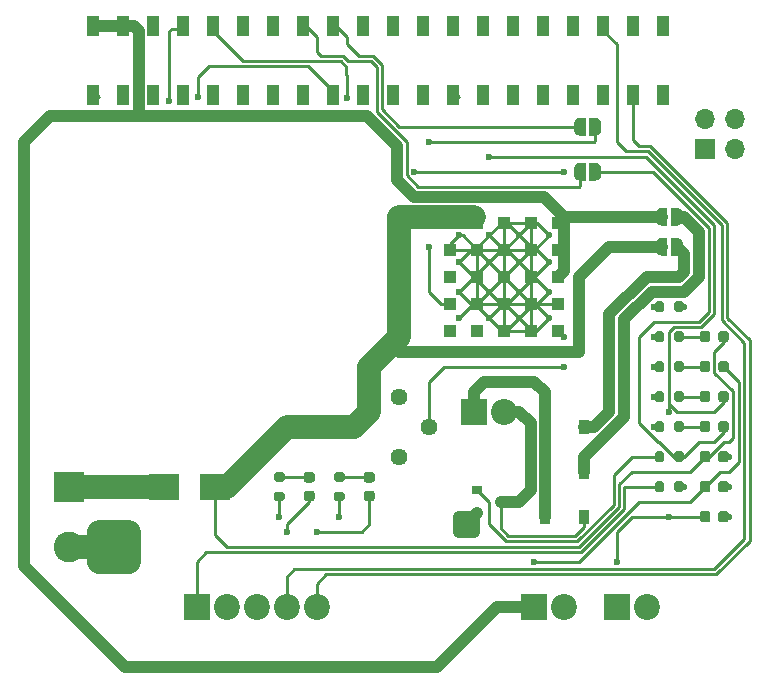
<source format=gbr>
G04 #@! TF.GenerationSoftware,KiCad,Pcbnew,(5.1.10-1-10_14)*
G04 #@! TF.CreationDate,2022-04-10T19:47:37-06:00*
G04 #@! TF.ProjectId,RPiG3iMac,52506947-3369-44d6-9163-2e6b69636164,1.2*
G04 #@! TF.SameCoordinates,Original*
G04 #@! TF.FileFunction,Copper,L1,Top*
G04 #@! TF.FilePolarity,Positive*
%FSLAX46Y46*%
G04 Gerber Fmt 4.6, Leading zero omitted, Abs format (unit mm)*
G04 Created by KiCad (PCBNEW (5.1.10-1-10_14)) date 2022-04-10 19:47:37*
%MOMM*%
%LPD*%
G01*
G04 APERTURE LIST*
G04 #@! TA.AperFunction,ComponentPad*
%ADD10R,2.200000X2.200000*%
G04 #@! TD*
G04 #@! TA.AperFunction,ComponentPad*
%ADD11C,2.200000*%
G04 #@! TD*
G04 #@! TA.AperFunction,SMDPad,CuDef*
%ADD12R,2.500000X2.300000*%
G04 #@! TD*
G04 #@! TA.AperFunction,SMDPad,CuDef*
%ADD13R,0.900000X1.200000*%
G04 #@! TD*
G04 #@! TA.AperFunction,SMDPad,CuDef*
%ADD14C,0.100000*%
G04 #@! TD*
G04 #@! TA.AperFunction,SMDPad,CuDef*
%ADD15R,0.900000X0.800000*%
G04 #@! TD*
G04 #@! TA.AperFunction,SMDPad,CuDef*
%ADD16R,1.060000X1.060000*%
G04 #@! TD*
G04 #@! TA.AperFunction,ComponentPad*
%ADD17R,2.600000X2.600000*%
G04 #@! TD*
G04 #@! TA.AperFunction,ComponentPad*
%ADD18C,2.600000*%
G04 #@! TD*
G04 #@! TA.AperFunction,SMDPad,CuDef*
%ADD19R,1.020000X1.780000*%
G04 #@! TD*
G04 #@! TA.AperFunction,ComponentPad*
%ADD20R,1.700000X1.700000*%
G04 #@! TD*
G04 #@! TA.AperFunction,ComponentPad*
%ADD21O,1.700000X1.700000*%
G04 #@! TD*
G04 #@! TA.AperFunction,ComponentPad*
%ADD22C,1.440000*%
G04 #@! TD*
G04 #@! TA.AperFunction,ViaPad*
%ADD23C,0.600000*%
G04 #@! TD*
G04 #@! TA.AperFunction,Conductor*
%ADD24C,0.250000*%
G04 #@! TD*
G04 #@! TA.AperFunction,Conductor*
%ADD25C,2.000000*%
G04 #@! TD*
G04 #@! TA.AperFunction,Conductor*
%ADD26C,1.000000*%
G04 #@! TD*
G04 APERTURE END LIST*
D10*
X152400000Y-99060000D03*
D11*
X154940000Y-99060000D03*
D12*
X130420000Y-105410000D03*
X126120000Y-105410000D03*
G04 #@! TA.AperFunction,SMDPad,CuDef*
G36*
G01*
X171495000Y-92966250D02*
X171495000Y-92453750D01*
G75*
G02*
X171713750Y-92235000I218750J0D01*
G01*
X172151250Y-92235000D01*
G75*
G02*
X172370000Y-92453750I0J-218750D01*
G01*
X172370000Y-92966250D01*
G75*
G02*
X172151250Y-93185000I-218750J0D01*
G01*
X171713750Y-93185000D01*
G75*
G02*
X171495000Y-92966250I0J218750D01*
G01*
G37*
G04 #@! TD.AperFunction*
G04 #@! TA.AperFunction,SMDPad,CuDef*
G36*
G01*
X173070000Y-92966250D02*
X173070000Y-92453750D01*
G75*
G02*
X173288750Y-92235000I218750J0D01*
G01*
X173726250Y-92235000D01*
G75*
G02*
X173945000Y-92453750I0J-218750D01*
G01*
X173945000Y-92966250D01*
G75*
G02*
X173726250Y-93185000I-218750J0D01*
G01*
X173288750Y-93185000D01*
G75*
G02*
X173070000Y-92966250I0J218750D01*
G01*
G37*
G04 #@! TD.AperFunction*
G04 #@! TA.AperFunction,SMDPad,CuDef*
G36*
G01*
X173070000Y-95506250D02*
X173070000Y-94993750D01*
G75*
G02*
X173288750Y-94775000I218750J0D01*
G01*
X173726250Y-94775000D01*
G75*
G02*
X173945000Y-94993750I0J-218750D01*
G01*
X173945000Y-95506250D01*
G75*
G02*
X173726250Y-95725000I-218750J0D01*
G01*
X173288750Y-95725000D01*
G75*
G02*
X173070000Y-95506250I0J218750D01*
G01*
G37*
G04 #@! TD.AperFunction*
G04 #@! TA.AperFunction,SMDPad,CuDef*
G36*
G01*
X171495000Y-95506250D02*
X171495000Y-94993750D01*
G75*
G02*
X171713750Y-94775000I218750J0D01*
G01*
X172151250Y-94775000D01*
G75*
G02*
X172370000Y-94993750I0J-218750D01*
G01*
X172370000Y-95506250D01*
G75*
G02*
X172151250Y-95725000I-218750J0D01*
G01*
X171713750Y-95725000D01*
G75*
G02*
X171495000Y-95506250I0J218750D01*
G01*
G37*
G04 #@! TD.AperFunction*
G04 #@! TA.AperFunction,SMDPad,CuDef*
G36*
G01*
X173070000Y-100586250D02*
X173070000Y-100073750D01*
G75*
G02*
X173288750Y-99855000I218750J0D01*
G01*
X173726250Y-99855000D01*
G75*
G02*
X173945000Y-100073750I0J-218750D01*
G01*
X173945000Y-100586250D01*
G75*
G02*
X173726250Y-100805000I-218750J0D01*
G01*
X173288750Y-100805000D01*
G75*
G02*
X173070000Y-100586250I0J218750D01*
G01*
G37*
G04 #@! TD.AperFunction*
G04 #@! TA.AperFunction,SMDPad,CuDef*
G36*
G01*
X171495000Y-100586250D02*
X171495000Y-100073750D01*
G75*
G02*
X171713750Y-99855000I218750J0D01*
G01*
X172151250Y-99855000D01*
G75*
G02*
X172370000Y-100073750I0J-218750D01*
G01*
X172370000Y-100586250D01*
G75*
G02*
X172151250Y-100805000I-218750J0D01*
G01*
X171713750Y-100805000D01*
G75*
G02*
X171495000Y-100586250I0J218750D01*
G01*
G37*
G04 #@! TD.AperFunction*
D13*
X158370000Y-104140000D03*
X161670000Y-104140000D03*
X161670000Y-100330000D03*
X158370000Y-100330000D03*
X158370000Y-107950000D03*
X161670000Y-107950000D03*
G04 #@! TA.AperFunction,SMDPad,CuDef*
G36*
G01*
X171495000Y-98046250D02*
X171495000Y-97533750D01*
G75*
G02*
X171713750Y-97315000I218750J0D01*
G01*
X172151250Y-97315000D01*
G75*
G02*
X172370000Y-97533750I0J-218750D01*
G01*
X172370000Y-98046250D01*
G75*
G02*
X172151250Y-98265000I-218750J0D01*
G01*
X171713750Y-98265000D01*
G75*
G02*
X171495000Y-98046250I0J218750D01*
G01*
G37*
G04 #@! TD.AperFunction*
G04 #@! TA.AperFunction,SMDPad,CuDef*
G36*
G01*
X173070000Y-98046250D02*
X173070000Y-97533750D01*
G75*
G02*
X173288750Y-97315000I218750J0D01*
G01*
X173726250Y-97315000D01*
G75*
G02*
X173945000Y-97533750I0J-218750D01*
G01*
X173945000Y-98046250D01*
G75*
G02*
X173726250Y-98265000I-218750J0D01*
G01*
X173288750Y-98265000D01*
G75*
G02*
X173070000Y-98046250I0J218750D01*
G01*
G37*
G04 #@! TD.AperFunction*
G04 #@! TA.AperFunction,SMDPad,CuDef*
D14*
G36*
X162150000Y-74180000D02*
G01*
X162650000Y-74180000D01*
X162650000Y-74180602D01*
X162674534Y-74180602D01*
X162723365Y-74185412D01*
X162771490Y-74194984D01*
X162818445Y-74209228D01*
X162863778Y-74228005D01*
X162907051Y-74251136D01*
X162947850Y-74278396D01*
X162985779Y-74309524D01*
X163020476Y-74344221D01*
X163051604Y-74382150D01*
X163078864Y-74422949D01*
X163101995Y-74466222D01*
X163120772Y-74511555D01*
X163135016Y-74558510D01*
X163144588Y-74606635D01*
X163149398Y-74655466D01*
X163149398Y-74680000D01*
X163150000Y-74680000D01*
X163150000Y-75180000D01*
X163149398Y-75180000D01*
X163149398Y-75204534D01*
X163144588Y-75253365D01*
X163135016Y-75301490D01*
X163120772Y-75348445D01*
X163101995Y-75393778D01*
X163078864Y-75437051D01*
X163051604Y-75477850D01*
X163020476Y-75515779D01*
X162985779Y-75550476D01*
X162947850Y-75581604D01*
X162907051Y-75608864D01*
X162863778Y-75631995D01*
X162818445Y-75650772D01*
X162771490Y-75665016D01*
X162723365Y-75674588D01*
X162674534Y-75679398D01*
X162650000Y-75679398D01*
X162650000Y-75680000D01*
X162150000Y-75680000D01*
X162150000Y-74180000D01*
G37*
G04 #@! TD.AperFunction*
G04 #@! TA.AperFunction,SMDPad,CuDef*
G36*
X161350000Y-75679398D02*
G01*
X161325466Y-75679398D01*
X161276635Y-75674588D01*
X161228510Y-75665016D01*
X161181555Y-75650772D01*
X161136222Y-75631995D01*
X161092949Y-75608864D01*
X161052150Y-75581604D01*
X161014221Y-75550476D01*
X160979524Y-75515779D01*
X160948396Y-75477850D01*
X160921136Y-75437051D01*
X160898005Y-75393778D01*
X160879228Y-75348445D01*
X160864984Y-75301490D01*
X160855412Y-75253365D01*
X160850602Y-75204534D01*
X160850602Y-75180000D01*
X160850000Y-75180000D01*
X160850000Y-74680000D01*
X160850602Y-74680000D01*
X160850602Y-74655466D01*
X160855412Y-74606635D01*
X160864984Y-74558510D01*
X160879228Y-74511555D01*
X160898005Y-74466222D01*
X160921136Y-74422949D01*
X160948396Y-74382150D01*
X160979524Y-74344221D01*
X161014221Y-74309524D01*
X161052150Y-74278396D01*
X161092949Y-74251136D01*
X161136222Y-74228005D01*
X161181555Y-74209228D01*
X161228510Y-74194984D01*
X161276635Y-74185412D01*
X161325466Y-74180602D01*
X161350000Y-74180602D01*
X161350000Y-74180000D01*
X161850000Y-74180000D01*
X161850000Y-75680000D01*
X161350000Y-75680000D01*
X161350000Y-75679398D01*
G37*
G04 #@! TD.AperFunction*
G04 #@! TA.AperFunction,SMDPad,CuDef*
G36*
X161350000Y-79489398D02*
G01*
X161325466Y-79489398D01*
X161276635Y-79484588D01*
X161228510Y-79475016D01*
X161181555Y-79460772D01*
X161136222Y-79441995D01*
X161092949Y-79418864D01*
X161052150Y-79391604D01*
X161014221Y-79360476D01*
X160979524Y-79325779D01*
X160948396Y-79287850D01*
X160921136Y-79247051D01*
X160898005Y-79203778D01*
X160879228Y-79158445D01*
X160864984Y-79111490D01*
X160855412Y-79063365D01*
X160850602Y-79014534D01*
X160850602Y-78990000D01*
X160850000Y-78990000D01*
X160850000Y-78490000D01*
X160850602Y-78490000D01*
X160850602Y-78465466D01*
X160855412Y-78416635D01*
X160864984Y-78368510D01*
X160879228Y-78321555D01*
X160898005Y-78276222D01*
X160921136Y-78232949D01*
X160948396Y-78192150D01*
X160979524Y-78154221D01*
X161014221Y-78119524D01*
X161052150Y-78088396D01*
X161092949Y-78061136D01*
X161136222Y-78038005D01*
X161181555Y-78019228D01*
X161228510Y-78004984D01*
X161276635Y-77995412D01*
X161325466Y-77990602D01*
X161350000Y-77990602D01*
X161350000Y-77990000D01*
X161850000Y-77990000D01*
X161850000Y-79490000D01*
X161350000Y-79490000D01*
X161350000Y-79489398D01*
G37*
G04 #@! TD.AperFunction*
G04 #@! TA.AperFunction,SMDPad,CuDef*
G36*
X162150000Y-77990000D02*
G01*
X162650000Y-77990000D01*
X162650000Y-77990602D01*
X162674534Y-77990602D01*
X162723365Y-77995412D01*
X162771490Y-78004984D01*
X162818445Y-78019228D01*
X162863778Y-78038005D01*
X162907051Y-78061136D01*
X162947850Y-78088396D01*
X162985779Y-78119524D01*
X163020476Y-78154221D01*
X163051604Y-78192150D01*
X163078864Y-78232949D01*
X163101995Y-78276222D01*
X163120772Y-78321555D01*
X163135016Y-78368510D01*
X163144588Y-78416635D01*
X163149398Y-78465466D01*
X163149398Y-78490000D01*
X163150000Y-78490000D01*
X163150000Y-78990000D01*
X163149398Y-78990000D01*
X163149398Y-79014534D01*
X163144588Y-79063365D01*
X163135016Y-79111490D01*
X163120772Y-79158445D01*
X163101995Y-79203778D01*
X163078864Y-79247051D01*
X163051604Y-79287850D01*
X163020476Y-79325779D01*
X162985779Y-79360476D01*
X162947850Y-79391604D01*
X162907051Y-79418864D01*
X162863778Y-79441995D01*
X162818445Y-79460772D01*
X162771490Y-79475016D01*
X162723365Y-79484588D01*
X162674534Y-79489398D01*
X162650000Y-79489398D01*
X162650000Y-79490000D01*
X162150000Y-79490000D01*
X162150000Y-77990000D01*
G37*
G04 #@! TD.AperFunction*
G04 #@! TA.AperFunction,SMDPad,CuDef*
G36*
X169560000Y-81800602D02*
G01*
X169584534Y-81800602D01*
X169633365Y-81805412D01*
X169681490Y-81814984D01*
X169728445Y-81829228D01*
X169773778Y-81848005D01*
X169817051Y-81871136D01*
X169857850Y-81898396D01*
X169895779Y-81929524D01*
X169930476Y-81964221D01*
X169961604Y-82002150D01*
X169988864Y-82042949D01*
X170011995Y-82086222D01*
X170030772Y-82131555D01*
X170045016Y-82178510D01*
X170054588Y-82226635D01*
X170059398Y-82275466D01*
X170059398Y-82300000D01*
X170060000Y-82300000D01*
X170060000Y-82800000D01*
X170059398Y-82800000D01*
X170059398Y-82824534D01*
X170054588Y-82873365D01*
X170045016Y-82921490D01*
X170030772Y-82968445D01*
X170011995Y-83013778D01*
X169988864Y-83057051D01*
X169961604Y-83097850D01*
X169930476Y-83135779D01*
X169895779Y-83170476D01*
X169857850Y-83201604D01*
X169817051Y-83228864D01*
X169773778Y-83251995D01*
X169728445Y-83270772D01*
X169681490Y-83285016D01*
X169633365Y-83294588D01*
X169584534Y-83299398D01*
X169560000Y-83299398D01*
X169560000Y-83300000D01*
X169060000Y-83300000D01*
X169060000Y-81800000D01*
X169560000Y-81800000D01*
X169560000Y-81800602D01*
G37*
G04 #@! TD.AperFunction*
G04 #@! TA.AperFunction,SMDPad,CuDef*
G36*
X168760000Y-83300000D02*
G01*
X168260000Y-83300000D01*
X168260000Y-83299398D01*
X168235466Y-83299398D01*
X168186635Y-83294588D01*
X168138510Y-83285016D01*
X168091555Y-83270772D01*
X168046222Y-83251995D01*
X168002949Y-83228864D01*
X167962150Y-83201604D01*
X167924221Y-83170476D01*
X167889524Y-83135779D01*
X167858396Y-83097850D01*
X167831136Y-83057051D01*
X167808005Y-83013778D01*
X167789228Y-82968445D01*
X167774984Y-82921490D01*
X167765412Y-82873365D01*
X167760602Y-82824534D01*
X167760602Y-82800000D01*
X167760000Y-82800000D01*
X167760000Y-82300000D01*
X167760602Y-82300000D01*
X167760602Y-82275466D01*
X167765412Y-82226635D01*
X167774984Y-82178510D01*
X167789228Y-82131555D01*
X167808005Y-82086222D01*
X167831136Y-82042949D01*
X167858396Y-82002150D01*
X167889524Y-81964221D01*
X167924221Y-81929524D01*
X167962150Y-81898396D01*
X168002949Y-81871136D01*
X168046222Y-81848005D01*
X168091555Y-81829228D01*
X168138510Y-81814984D01*
X168186635Y-81805412D01*
X168235466Y-81800602D01*
X168260000Y-81800602D01*
X168260000Y-81800000D01*
X168760000Y-81800000D01*
X168760000Y-83300000D01*
G37*
G04 #@! TD.AperFunction*
G04 #@! TA.AperFunction,SMDPad,CuDef*
G36*
X168760000Y-85840000D02*
G01*
X168260000Y-85840000D01*
X168260000Y-85839398D01*
X168235466Y-85839398D01*
X168186635Y-85834588D01*
X168138510Y-85825016D01*
X168091555Y-85810772D01*
X168046222Y-85791995D01*
X168002949Y-85768864D01*
X167962150Y-85741604D01*
X167924221Y-85710476D01*
X167889524Y-85675779D01*
X167858396Y-85637850D01*
X167831136Y-85597051D01*
X167808005Y-85553778D01*
X167789228Y-85508445D01*
X167774984Y-85461490D01*
X167765412Y-85413365D01*
X167760602Y-85364534D01*
X167760602Y-85340000D01*
X167760000Y-85340000D01*
X167760000Y-84840000D01*
X167760602Y-84840000D01*
X167760602Y-84815466D01*
X167765412Y-84766635D01*
X167774984Y-84718510D01*
X167789228Y-84671555D01*
X167808005Y-84626222D01*
X167831136Y-84582949D01*
X167858396Y-84542150D01*
X167889524Y-84504221D01*
X167924221Y-84469524D01*
X167962150Y-84438396D01*
X168002949Y-84411136D01*
X168046222Y-84388005D01*
X168091555Y-84369228D01*
X168138510Y-84354984D01*
X168186635Y-84345412D01*
X168235466Y-84340602D01*
X168260000Y-84340602D01*
X168260000Y-84340000D01*
X168760000Y-84340000D01*
X168760000Y-85840000D01*
G37*
G04 #@! TD.AperFunction*
G04 #@! TA.AperFunction,SMDPad,CuDef*
G36*
X169560000Y-84340602D02*
G01*
X169584534Y-84340602D01*
X169633365Y-84345412D01*
X169681490Y-84354984D01*
X169728445Y-84369228D01*
X169773778Y-84388005D01*
X169817051Y-84411136D01*
X169857850Y-84438396D01*
X169895779Y-84469524D01*
X169930476Y-84504221D01*
X169961604Y-84542150D01*
X169988864Y-84582949D01*
X170011995Y-84626222D01*
X170030772Y-84671555D01*
X170045016Y-84718510D01*
X170054588Y-84766635D01*
X170059398Y-84815466D01*
X170059398Y-84840000D01*
X170060000Y-84840000D01*
X170060000Y-85340000D01*
X170059398Y-85340000D01*
X170059398Y-85364534D01*
X170054588Y-85413365D01*
X170045016Y-85461490D01*
X170030772Y-85508445D01*
X170011995Y-85553778D01*
X169988864Y-85597051D01*
X169961604Y-85637850D01*
X169930476Y-85675779D01*
X169895779Y-85710476D01*
X169857850Y-85741604D01*
X169817051Y-85768864D01*
X169773778Y-85791995D01*
X169728445Y-85810772D01*
X169681490Y-85825016D01*
X169633365Y-85834588D01*
X169584534Y-85839398D01*
X169560000Y-85839398D01*
X169560000Y-85840000D01*
X169060000Y-85840000D01*
X169060000Y-84340000D01*
X169560000Y-84340000D01*
X169560000Y-84340602D01*
G37*
G04 #@! TD.AperFunction*
D15*
X152670000Y-105730000D03*
X152670000Y-107630000D03*
X154670000Y-106680000D03*
D16*
X159520000Y-92210000D03*
X159520000Y-89920000D03*
X159520000Y-87630000D03*
X159520000Y-85340000D03*
X159520000Y-83050000D03*
X157230000Y-92210000D03*
X157230000Y-89920000D03*
X157230000Y-87630000D03*
X157230000Y-85340000D03*
X157230000Y-83050000D03*
X154940000Y-92210000D03*
X154940000Y-89920000D03*
X154940000Y-87630000D03*
X154940000Y-85340000D03*
X154940000Y-83050000D03*
X152650000Y-92210000D03*
X152650000Y-89920000D03*
X152650000Y-87630000D03*
X152650000Y-85340000D03*
X152650000Y-83050000D03*
X150360000Y-92210000D03*
X150360000Y-89920000D03*
X150360000Y-87630000D03*
X150360000Y-85340000D03*
X150360000Y-83050000D03*
D17*
X118110000Y-105410000D03*
D18*
X118110000Y-110490000D03*
G04 #@! TA.AperFunction,SMDPad,CuDef*
G36*
G01*
X171495000Y-103120000D02*
X171495000Y-102620000D01*
G75*
G02*
X171720000Y-102395000I225000J0D01*
G01*
X172170000Y-102395000D01*
G75*
G02*
X172395000Y-102620000I0J-225000D01*
G01*
X172395000Y-103120000D01*
G75*
G02*
X172170000Y-103345000I-225000J0D01*
G01*
X171720000Y-103345000D01*
G75*
G02*
X171495000Y-103120000I0J225000D01*
G01*
G37*
G04 #@! TD.AperFunction*
G04 #@! TA.AperFunction,SMDPad,CuDef*
G36*
G01*
X173045000Y-103120000D02*
X173045000Y-102620000D01*
G75*
G02*
X173270000Y-102395000I225000J0D01*
G01*
X173720000Y-102395000D01*
G75*
G02*
X173945000Y-102620000I0J-225000D01*
G01*
X173945000Y-103120000D01*
G75*
G02*
X173720000Y-103345000I-225000J0D01*
G01*
X173270000Y-103345000D01*
G75*
G02*
X173045000Y-103120000I0J225000D01*
G01*
G37*
G04 #@! TD.AperFunction*
G04 #@! TA.AperFunction,SMDPad,CuDef*
G36*
G01*
X173045000Y-105660000D02*
X173045000Y-105160000D01*
G75*
G02*
X173270000Y-104935000I225000J0D01*
G01*
X173720000Y-104935000D01*
G75*
G02*
X173945000Y-105160000I0J-225000D01*
G01*
X173945000Y-105660000D01*
G75*
G02*
X173720000Y-105885000I-225000J0D01*
G01*
X173270000Y-105885000D01*
G75*
G02*
X173045000Y-105660000I0J225000D01*
G01*
G37*
G04 #@! TD.AperFunction*
G04 #@! TA.AperFunction,SMDPad,CuDef*
G36*
G01*
X171495000Y-105660000D02*
X171495000Y-105160000D01*
G75*
G02*
X171720000Y-104935000I225000J0D01*
G01*
X172170000Y-104935000D01*
G75*
G02*
X172395000Y-105160000I0J-225000D01*
G01*
X172395000Y-105660000D01*
G75*
G02*
X172170000Y-105885000I-225000J0D01*
G01*
X171720000Y-105885000D01*
G75*
G02*
X171495000Y-105660000I0J225000D01*
G01*
G37*
G04 #@! TD.AperFunction*
G04 #@! TA.AperFunction,SMDPad,CuDef*
G36*
G01*
X171495000Y-108200000D02*
X171495000Y-107700000D01*
G75*
G02*
X171720000Y-107475000I225000J0D01*
G01*
X172170000Y-107475000D01*
G75*
G02*
X172395000Y-107700000I0J-225000D01*
G01*
X172395000Y-108200000D01*
G75*
G02*
X172170000Y-108425000I-225000J0D01*
G01*
X171720000Y-108425000D01*
G75*
G02*
X171495000Y-108200000I0J225000D01*
G01*
G37*
G04 #@! TD.AperFunction*
G04 #@! TA.AperFunction,SMDPad,CuDef*
G36*
G01*
X173045000Y-108200000D02*
X173045000Y-107700000D01*
G75*
G02*
X173270000Y-107475000I225000J0D01*
G01*
X173720000Y-107475000D01*
G75*
G02*
X173945000Y-107700000I0J-225000D01*
G01*
X173945000Y-108200000D01*
G75*
G02*
X173720000Y-108425000I-225000J0D01*
G01*
X173270000Y-108425000D01*
G75*
G02*
X173045000Y-108200000I0J225000D01*
G01*
G37*
G04 #@! TD.AperFunction*
G04 #@! TA.AperFunction,SMDPad,CuDef*
G36*
G01*
X169335000Y-105685000D02*
X169335000Y-105135000D01*
G75*
G02*
X169535000Y-104935000I200000J0D01*
G01*
X169935000Y-104935000D01*
G75*
G02*
X170135000Y-105135000I0J-200000D01*
G01*
X170135000Y-105685000D01*
G75*
G02*
X169935000Y-105885000I-200000J0D01*
G01*
X169535000Y-105885000D01*
G75*
G02*
X169335000Y-105685000I0J200000D01*
G01*
G37*
G04 #@! TD.AperFunction*
G04 #@! TA.AperFunction,SMDPad,CuDef*
G36*
G01*
X167685000Y-105685000D02*
X167685000Y-105135000D01*
G75*
G02*
X167885000Y-104935000I200000J0D01*
G01*
X168285000Y-104935000D01*
G75*
G02*
X168485000Y-105135000I0J-200000D01*
G01*
X168485000Y-105685000D01*
G75*
G02*
X168285000Y-105885000I-200000J0D01*
G01*
X167885000Y-105885000D01*
G75*
G02*
X167685000Y-105685000I0J200000D01*
G01*
G37*
G04 #@! TD.AperFunction*
G04 #@! TA.AperFunction,SMDPad,CuDef*
G36*
G01*
X170135000Y-89895000D02*
X170135000Y-90445000D01*
G75*
G02*
X169935000Y-90645000I-200000J0D01*
G01*
X169535000Y-90645000D01*
G75*
G02*
X169335000Y-90445000I0J200000D01*
G01*
X169335000Y-89895000D01*
G75*
G02*
X169535000Y-89695000I200000J0D01*
G01*
X169935000Y-89695000D01*
G75*
G02*
X170135000Y-89895000I0J-200000D01*
G01*
G37*
G04 #@! TD.AperFunction*
G04 #@! TA.AperFunction,SMDPad,CuDef*
G36*
G01*
X168485000Y-89895000D02*
X168485000Y-90445000D01*
G75*
G02*
X168285000Y-90645000I-200000J0D01*
G01*
X167885000Y-90645000D01*
G75*
G02*
X167685000Y-90445000I0J200000D01*
G01*
X167685000Y-89895000D01*
G75*
G02*
X167885000Y-89695000I200000J0D01*
G01*
X168285000Y-89695000D01*
G75*
G02*
X168485000Y-89895000I0J-200000D01*
G01*
G37*
G04 #@! TD.AperFunction*
G04 #@! TA.AperFunction,SMDPad,CuDef*
G36*
G01*
X170135000Y-92435000D02*
X170135000Y-92985000D01*
G75*
G02*
X169935000Y-93185000I-200000J0D01*
G01*
X169535000Y-93185000D01*
G75*
G02*
X169335000Y-92985000I0J200000D01*
G01*
X169335000Y-92435000D01*
G75*
G02*
X169535000Y-92235000I200000J0D01*
G01*
X169935000Y-92235000D01*
G75*
G02*
X170135000Y-92435000I0J-200000D01*
G01*
G37*
G04 #@! TD.AperFunction*
G04 #@! TA.AperFunction,SMDPad,CuDef*
G36*
G01*
X168485000Y-92435000D02*
X168485000Y-92985000D01*
G75*
G02*
X168285000Y-93185000I-200000J0D01*
G01*
X167885000Y-93185000D01*
G75*
G02*
X167685000Y-92985000I0J200000D01*
G01*
X167685000Y-92435000D01*
G75*
G02*
X167885000Y-92235000I200000J0D01*
G01*
X168285000Y-92235000D01*
G75*
G02*
X168485000Y-92435000I0J-200000D01*
G01*
G37*
G04 #@! TD.AperFunction*
G04 #@! TA.AperFunction,SMDPad,CuDef*
G36*
G01*
X168485000Y-94975000D02*
X168485000Y-95525000D01*
G75*
G02*
X168285000Y-95725000I-200000J0D01*
G01*
X167885000Y-95725000D01*
G75*
G02*
X167685000Y-95525000I0J200000D01*
G01*
X167685000Y-94975000D01*
G75*
G02*
X167885000Y-94775000I200000J0D01*
G01*
X168285000Y-94775000D01*
G75*
G02*
X168485000Y-94975000I0J-200000D01*
G01*
G37*
G04 #@! TD.AperFunction*
G04 #@! TA.AperFunction,SMDPad,CuDef*
G36*
G01*
X170135000Y-94975000D02*
X170135000Y-95525000D01*
G75*
G02*
X169935000Y-95725000I-200000J0D01*
G01*
X169535000Y-95725000D01*
G75*
G02*
X169335000Y-95525000I0J200000D01*
G01*
X169335000Y-94975000D01*
G75*
G02*
X169535000Y-94775000I200000J0D01*
G01*
X169935000Y-94775000D01*
G75*
G02*
X170135000Y-94975000I0J-200000D01*
G01*
G37*
G04 #@! TD.AperFunction*
G04 #@! TA.AperFunction,SMDPad,CuDef*
G36*
G01*
X168485000Y-100055000D02*
X168485000Y-100605000D01*
G75*
G02*
X168285000Y-100805000I-200000J0D01*
G01*
X167885000Y-100805000D01*
G75*
G02*
X167685000Y-100605000I0J200000D01*
G01*
X167685000Y-100055000D01*
G75*
G02*
X167885000Y-99855000I200000J0D01*
G01*
X168285000Y-99855000D01*
G75*
G02*
X168485000Y-100055000I0J-200000D01*
G01*
G37*
G04 #@! TD.AperFunction*
G04 #@! TA.AperFunction,SMDPad,CuDef*
G36*
G01*
X170135000Y-100055000D02*
X170135000Y-100605000D01*
G75*
G02*
X169935000Y-100805000I-200000J0D01*
G01*
X169535000Y-100805000D01*
G75*
G02*
X169335000Y-100605000I0J200000D01*
G01*
X169335000Y-100055000D01*
G75*
G02*
X169535000Y-99855000I200000J0D01*
G01*
X169935000Y-99855000D01*
G75*
G02*
X170135000Y-100055000I0J-200000D01*
G01*
G37*
G04 #@! TD.AperFunction*
G04 #@! TA.AperFunction,SMDPad,CuDef*
G36*
G01*
X167685000Y-103145000D02*
X167685000Y-102595000D01*
G75*
G02*
X167885000Y-102395000I200000J0D01*
G01*
X168285000Y-102395000D01*
G75*
G02*
X168485000Y-102595000I0J-200000D01*
G01*
X168485000Y-103145000D01*
G75*
G02*
X168285000Y-103345000I-200000J0D01*
G01*
X167885000Y-103345000D01*
G75*
G02*
X167685000Y-103145000I0J200000D01*
G01*
G37*
G04 #@! TD.AperFunction*
G04 #@! TA.AperFunction,SMDPad,CuDef*
G36*
G01*
X169335000Y-103145000D02*
X169335000Y-102595000D01*
G75*
G02*
X169535000Y-102395000I200000J0D01*
G01*
X169935000Y-102395000D01*
G75*
G02*
X170135000Y-102595000I0J-200000D01*
G01*
X170135000Y-103145000D01*
G75*
G02*
X169935000Y-103345000I-200000J0D01*
G01*
X169535000Y-103345000D01*
G75*
G02*
X169335000Y-103145000I0J200000D01*
G01*
G37*
G04 #@! TD.AperFunction*
G04 #@! TA.AperFunction,SMDPad,CuDef*
G36*
G01*
X170135000Y-97515000D02*
X170135000Y-98065000D01*
G75*
G02*
X169935000Y-98265000I-200000J0D01*
G01*
X169535000Y-98265000D01*
G75*
G02*
X169335000Y-98065000I0J200000D01*
G01*
X169335000Y-97515000D01*
G75*
G02*
X169535000Y-97315000I200000J0D01*
G01*
X169935000Y-97315000D01*
G75*
G02*
X170135000Y-97515000I0J-200000D01*
G01*
G37*
G04 #@! TD.AperFunction*
G04 #@! TA.AperFunction,SMDPad,CuDef*
G36*
G01*
X168485000Y-97515000D02*
X168485000Y-98065000D01*
G75*
G02*
X168285000Y-98265000I-200000J0D01*
G01*
X167885000Y-98265000D01*
G75*
G02*
X167685000Y-98065000I0J200000D01*
G01*
X167685000Y-97515000D01*
G75*
G02*
X167885000Y-97315000I200000J0D01*
G01*
X168285000Y-97315000D01*
G75*
G02*
X168485000Y-97515000I0J-200000D01*
G01*
G37*
G04 #@! TD.AperFunction*
D19*
X120145000Y-72260000D03*
X122685000Y-72260000D03*
X125225000Y-72260000D03*
X127765000Y-72260000D03*
X130305000Y-72260000D03*
X132845000Y-72260000D03*
X135385000Y-72260000D03*
X137925000Y-72260000D03*
X140465000Y-72260000D03*
X143005000Y-72260000D03*
X145545000Y-72260000D03*
X148085000Y-72260000D03*
X150625000Y-72260000D03*
X153165000Y-72260000D03*
X155705000Y-72260000D03*
X158245000Y-72260000D03*
X160785000Y-72260000D03*
X163325000Y-72260000D03*
X165865000Y-72260000D03*
X168405000Y-72260000D03*
X120145000Y-66440000D03*
X122685000Y-66440000D03*
X125225000Y-66440000D03*
X127765000Y-66440000D03*
X130305000Y-66440000D03*
X132845000Y-66440000D03*
X135385000Y-66440000D03*
X137925000Y-66440000D03*
X140465000Y-66440000D03*
X143005000Y-66440000D03*
X145545000Y-66440000D03*
X148085000Y-66440000D03*
X150625000Y-66440000D03*
X153165000Y-66440000D03*
X155705000Y-66440000D03*
X158245000Y-66440000D03*
X160785000Y-66440000D03*
X163325000Y-66440000D03*
X165865000Y-66440000D03*
X168405000Y-66440000D03*
D20*
X171980000Y-76790000D03*
D21*
X171980000Y-74250000D03*
X174520000Y-76790000D03*
X174520000Y-74250000D03*
D22*
X146050000Y-97790000D03*
X148590000Y-100330000D03*
X146050000Y-102870000D03*
G04 #@! TA.AperFunction,SMDPad,CuDef*
G36*
G01*
X138173750Y-104185000D02*
X138686250Y-104185000D01*
G75*
G02*
X138905000Y-104403750I0J-218750D01*
G01*
X138905000Y-104841250D01*
G75*
G02*
X138686250Y-105060000I-218750J0D01*
G01*
X138173750Y-105060000D01*
G75*
G02*
X137955000Y-104841250I0J218750D01*
G01*
X137955000Y-104403750D01*
G75*
G02*
X138173750Y-104185000I218750J0D01*
G01*
G37*
G04 #@! TD.AperFunction*
G04 #@! TA.AperFunction,SMDPad,CuDef*
G36*
G01*
X138173750Y-105760000D02*
X138686250Y-105760000D01*
G75*
G02*
X138905000Y-105978750I0J-218750D01*
G01*
X138905000Y-106416250D01*
G75*
G02*
X138686250Y-106635000I-218750J0D01*
G01*
X138173750Y-106635000D01*
G75*
G02*
X137955000Y-106416250I0J218750D01*
G01*
X137955000Y-105978750D01*
G75*
G02*
X138173750Y-105760000I218750J0D01*
G01*
G37*
G04 #@! TD.AperFunction*
G04 #@! TA.AperFunction,SMDPad,CuDef*
G36*
G01*
X143253750Y-105760000D02*
X143766250Y-105760000D01*
G75*
G02*
X143985000Y-105978750I0J-218750D01*
G01*
X143985000Y-106416250D01*
G75*
G02*
X143766250Y-106635000I-218750J0D01*
G01*
X143253750Y-106635000D01*
G75*
G02*
X143035000Y-106416250I0J218750D01*
G01*
X143035000Y-105978750D01*
G75*
G02*
X143253750Y-105760000I218750J0D01*
G01*
G37*
G04 #@! TD.AperFunction*
G04 #@! TA.AperFunction,SMDPad,CuDef*
G36*
G01*
X143253750Y-104185000D02*
X143766250Y-104185000D01*
G75*
G02*
X143985000Y-104403750I0J-218750D01*
G01*
X143985000Y-104841250D01*
G75*
G02*
X143766250Y-105060000I-218750J0D01*
G01*
X143253750Y-105060000D01*
G75*
G02*
X143035000Y-104841250I0J218750D01*
G01*
X143035000Y-104403750D01*
G75*
G02*
X143253750Y-104185000I218750J0D01*
G01*
G37*
G04 #@! TD.AperFunction*
G04 #@! TA.AperFunction,SMDPad,CuDef*
G36*
G01*
X135615000Y-104185000D02*
X136165000Y-104185000D01*
G75*
G02*
X136365000Y-104385000I0J-200000D01*
G01*
X136365000Y-104785000D01*
G75*
G02*
X136165000Y-104985000I-200000J0D01*
G01*
X135615000Y-104985000D01*
G75*
G02*
X135415000Y-104785000I0J200000D01*
G01*
X135415000Y-104385000D01*
G75*
G02*
X135615000Y-104185000I200000J0D01*
G01*
G37*
G04 #@! TD.AperFunction*
G04 #@! TA.AperFunction,SMDPad,CuDef*
G36*
G01*
X135615000Y-105835000D02*
X136165000Y-105835000D01*
G75*
G02*
X136365000Y-106035000I0J-200000D01*
G01*
X136365000Y-106435000D01*
G75*
G02*
X136165000Y-106635000I-200000J0D01*
G01*
X135615000Y-106635000D01*
G75*
G02*
X135415000Y-106435000I0J200000D01*
G01*
X135415000Y-106035000D01*
G75*
G02*
X135615000Y-105835000I200000J0D01*
G01*
G37*
G04 #@! TD.AperFunction*
G04 #@! TA.AperFunction,SMDPad,CuDef*
G36*
G01*
X140695000Y-105835000D02*
X141245000Y-105835000D01*
G75*
G02*
X141445000Y-106035000I0J-200000D01*
G01*
X141445000Y-106435000D01*
G75*
G02*
X141245000Y-106635000I-200000J0D01*
G01*
X140695000Y-106635000D01*
G75*
G02*
X140495000Y-106435000I0J200000D01*
G01*
X140495000Y-106035000D01*
G75*
G02*
X140695000Y-105835000I200000J0D01*
G01*
G37*
G04 #@! TD.AperFunction*
G04 #@! TA.AperFunction,SMDPad,CuDef*
G36*
G01*
X140695000Y-104185000D02*
X141245000Y-104185000D01*
G75*
G02*
X141445000Y-104385000I0J-200000D01*
G01*
X141445000Y-104785000D01*
G75*
G02*
X141245000Y-104985000I-200000J0D01*
G01*
X140695000Y-104985000D01*
G75*
G02*
X140495000Y-104785000I0J200000D01*
G01*
X140495000Y-104385000D01*
G75*
G02*
X140695000Y-104185000I200000J0D01*
G01*
G37*
G04 #@! TD.AperFunction*
D10*
X128905000Y-115570000D03*
D11*
X131445000Y-115570000D03*
X133985000Y-115570000D03*
X136525000Y-115570000D03*
X139065000Y-115570000D03*
D10*
X157480000Y-115570000D03*
D11*
X160020000Y-115570000D03*
X167005000Y-115570000D03*
D10*
X164465000Y-115570000D03*
D23*
X120650000Y-109220000D03*
X121920000Y-109220000D03*
X123190000Y-109220000D03*
X123190000Y-110490000D03*
X121920000Y-110490000D03*
X120650000Y-110490000D03*
X120650000Y-111760000D03*
X121920000Y-111760000D03*
X123190000Y-111760000D03*
X153670000Y-88900000D03*
X156210000Y-88900000D03*
X156210000Y-86360000D03*
X153670000Y-86360000D03*
X153670000Y-84100000D03*
X156210000Y-84100000D03*
X158750000Y-86360000D03*
X158750000Y-88900000D03*
X156210000Y-91100000D03*
X153670000Y-91100000D03*
X151130000Y-88900000D03*
X151130000Y-86360000D03*
X151130000Y-91100000D03*
X151130000Y-84100000D03*
X158750000Y-84100000D03*
X158750000Y-91100000D03*
X173990000Y-102870000D03*
X173990000Y-105410000D03*
X173990000Y-107950000D03*
X167640000Y-90170000D03*
X167640000Y-92710000D03*
X167640000Y-95250000D03*
X167640000Y-97790000D03*
X167640000Y-100330000D03*
X152400000Y-107950000D03*
X151130000Y-107950000D03*
X151130000Y-109220000D03*
X125230000Y-66500000D03*
X130310000Y-72000000D03*
X135390000Y-66500000D03*
X143010000Y-66500000D03*
X155710000Y-66500000D03*
X168410000Y-72000000D03*
X160790000Y-66500000D03*
X150630000Y-72000000D03*
X152400000Y-109220000D03*
X140970000Y-107950000D03*
X135890000Y-107950000D03*
X157480000Y-111760000D03*
X140470000Y-72000000D03*
X120150000Y-72000000D03*
X153670000Y-77470000D03*
X128994998Y-72390000D03*
X168910000Y-99060000D03*
X168910000Y-107950000D03*
X164465000Y-111760000D03*
X126535002Y-72793130D03*
X170180000Y-90170000D03*
X170180000Y-105410000D03*
X141600002Y-72492027D03*
X147320000Y-78740000D03*
X160020000Y-78740000D03*
X148590000Y-85090000D03*
X148590000Y-76200000D03*
X160020000Y-92710000D03*
X160020000Y-95250000D03*
X139065000Y-109220000D03*
X136525000Y-109220000D03*
D24*
X173495000Y-102870000D02*
X173990000Y-102870000D01*
X173990000Y-105410000D02*
X173495000Y-105410000D01*
X173495000Y-107950000D02*
X173990000Y-107950000D01*
X168085000Y-90170000D02*
X167640000Y-90170000D01*
X167640000Y-92710000D02*
X168085000Y-92710000D01*
X168085000Y-95250000D02*
X167640000Y-95250000D01*
X168085000Y-97790000D02*
X167640000Y-97790000D01*
X168085000Y-100330000D02*
X167640000Y-100330000D01*
X152650000Y-85340000D02*
X157230000Y-85340000D01*
X157230000Y-85340000D02*
X157230000Y-83050000D01*
X157230000Y-83050000D02*
X154940000Y-83050000D01*
X154940000Y-83050000D02*
X154940000Y-85340000D01*
X154940000Y-85340000D02*
X154940000Y-92210000D01*
X154940000Y-92210000D02*
X157230000Y-92210000D01*
X157230000Y-92210000D02*
X157230000Y-85340000D01*
X152650000Y-86454998D02*
X152650000Y-85340000D01*
X152650000Y-89920000D02*
X152650000Y-86454998D01*
X150360000Y-85340000D02*
X152650000Y-85340000D01*
X152650000Y-89920000D02*
X159520000Y-89920000D01*
X152310000Y-89920000D02*
X151130000Y-91100000D01*
X152650000Y-89920000D02*
X152310000Y-89920000D01*
X152650000Y-90080000D02*
X153670000Y-91100000D01*
X152650000Y-89920000D02*
X152650000Y-90080000D01*
X154850000Y-89920000D02*
X153670000Y-91100000D01*
X154940000Y-89920000D02*
X154850000Y-89920000D01*
X155030000Y-89920000D02*
X156210000Y-91100000D01*
X154940000Y-89920000D02*
X155030000Y-89920000D01*
X157230000Y-90080000D02*
X156210000Y-91100000D01*
X157230000Y-89920000D02*
X157230000Y-90080000D01*
X157570000Y-89920000D02*
X158750000Y-91100000D01*
X157230000Y-89920000D02*
X157570000Y-89920000D01*
X155100000Y-92210000D02*
X156210000Y-91100000D01*
X154940000Y-92210000D02*
X155100000Y-92210000D01*
X154780000Y-92210000D02*
X153670000Y-91100000D01*
X154940000Y-92210000D02*
X154780000Y-92210000D01*
X157230000Y-92120000D02*
X156210000Y-91100000D01*
X157230000Y-92210000D02*
X157230000Y-92120000D01*
X157640000Y-92210000D02*
X158750000Y-91100000D01*
X157230000Y-92210000D02*
X157640000Y-92210000D01*
X151410000Y-84100000D02*
X152650000Y-85340000D01*
X151130000Y-84100000D02*
X151410000Y-84100000D01*
X150360000Y-84870000D02*
X151130000Y-84100000D01*
X150360000Y-85340000D02*
X150360000Y-84870000D01*
X153670000Y-84100000D02*
X152680000Y-85090000D01*
X152680000Y-85310000D02*
X152650000Y-85340000D01*
X152680000Y-85090000D02*
X152680000Y-85310000D01*
X154910000Y-85340000D02*
X153670000Y-84100000D01*
X154940000Y-85340000D02*
X154910000Y-85340000D01*
X154970000Y-85340000D02*
X156210000Y-84100000D01*
X154940000Y-85340000D02*
X154970000Y-85340000D01*
X157230000Y-85120000D02*
X156210000Y-84100000D01*
X157230000Y-85340000D02*
X157230000Y-85120000D01*
X157510000Y-85340000D02*
X158750000Y-84100000D01*
X157230000Y-85340000D02*
X157510000Y-85340000D01*
X157230000Y-85340000D02*
X157730000Y-85340000D01*
X157730000Y-85340000D02*
X158750000Y-86360000D01*
X157230000Y-85340000D02*
X156210000Y-86360000D01*
X155190000Y-85340000D02*
X156210000Y-86360000D01*
X154940000Y-85340000D02*
X155190000Y-85340000D01*
X154940000Y-85340000D02*
X154690000Y-85340000D01*
X154690000Y-85340000D02*
X153670000Y-86360000D01*
X152650000Y-85340000D02*
X153670000Y-86360000D01*
X152650000Y-85340000D02*
X152150000Y-85340000D01*
X152150000Y-85340000D02*
X151130000Y-86360000D01*
X152400000Y-87630000D02*
X151130000Y-86360000D01*
X152650000Y-87380000D02*
X153670000Y-86360000D01*
X152650000Y-87630000D02*
X152650000Y-87380000D01*
X152650000Y-87630000D02*
X152650000Y-87880000D01*
X152650000Y-87880000D02*
X153670000Y-88900000D01*
X152400000Y-87630000D02*
X151130000Y-88900000D01*
X152650000Y-87630000D02*
X152400000Y-87630000D01*
X153670000Y-88900000D02*
X154940000Y-87630000D01*
X154940000Y-87630000D02*
X153670000Y-86360000D01*
X154940000Y-87630000D02*
X156210000Y-86360000D01*
X154940000Y-87630000D02*
X156210000Y-88900000D01*
X157230000Y-87880000D02*
X156210000Y-88900000D01*
X157230000Y-87630000D02*
X157230000Y-87880000D01*
X157230000Y-87630000D02*
X157480000Y-87630000D01*
X157480000Y-87630000D02*
X158750000Y-86360000D01*
X157230000Y-87380000D02*
X156210000Y-86360000D01*
X157230000Y-87630000D02*
X157230000Y-87380000D01*
X157480000Y-87630000D02*
X158750000Y-88900000D01*
X157230000Y-89920000D02*
X157730000Y-89920000D01*
X157730000Y-89920000D02*
X158750000Y-88900000D01*
X157230000Y-89920000D02*
X156210000Y-88900000D01*
X154940000Y-89920000D02*
X155190000Y-89920000D01*
X155190000Y-89920000D02*
X156210000Y-88900000D01*
X154690000Y-89920000D02*
X153670000Y-88900000D01*
X154940000Y-89920000D02*
X154690000Y-89920000D01*
X152650000Y-89920000D02*
X153670000Y-88900000D01*
X152650000Y-89920000D02*
X152150000Y-89920000D01*
X152150000Y-89920000D02*
X151130000Y-88900000D01*
X154720000Y-83050000D02*
X153670000Y-84100000D01*
X154940000Y-83050000D02*
X154720000Y-83050000D01*
X155160000Y-83050000D02*
X156210000Y-84100000D01*
X154940000Y-83050000D02*
X155160000Y-83050000D01*
X157230000Y-83080000D02*
X156210000Y-84100000D01*
X157230000Y-83050000D02*
X157230000Y-83080000D01*
X157700000Y-83050000D02*
X158750000Y-84100000D01*
X157230000Y-83050000D02*
X157700000Y-83050000D01*
X150810000Y-72070000D02*
X151130000Y-72390000D01*
X150625000Y-72070000D02*
X150810000Y-72070000D01*
X155691340Y-66616340D02*
X155705000Y-66630000D01*
X160771340Y-66616340D02*
X160785000Y-66630000D01*
X140970000Y-106235000D02*
X140970000Y-107950000D01*
X135890000Y-106235000D02*
X135890000Y-107950000D01*
D25*
X118110000Y-110490000D02*
X122555000Y-110490000D01*
X122555000Y-109855000D02*
X123190000Y-109220000D01*
X122555000Y-110490000D02*
X122555000Y-109855000D01*
X123190000Y-111760000D02*
X123190000Y-109220000D01*
X120650000Y-109220000D02*
X120650000Y-111760000D01*
X120650000Y-109220000D02*
X123190000Y-109220000D01*
X120650000Y-111760000D02*
X123190000Y-111760000D01*
D26*
X151130000Y-107950000D02*
X152400000Y-107950000D01*
X151130000Y-109220000D02*
X152400000Y-109220000D01*
X151130000Y-109220000D02*
X151130000Y-107950000D01*
X152400000Y-109220000D02*
X152400000Y-107950000D01*
X151130000Y-109220000D02*
X152400000Y-107950000D01*
X152350000Y-107950000D02*
X152670000Y-107630000D01*
X151130000Y-107950000D02*
X152350000Y-107950000D01*
D24*
X152650000Y-82800000D02*
X152400000Y-82550000D01*
X152650000Y-83050000D02*
X152650000Y-82800000D01*
X172242166Y-102870000D02*
X171945000Y-102870000D01*
X173512166Y-101600000D02*
X172242166Y-102870000D01*
X174270010Y-101319990D02*
X173990000Y-101600000D01*
X173990000Y-101600000D02*
X173512166Y-101600000D01*
D26*
X161290000Y-87630000D02*
X163830000Y-85090000D01*
X161290000Y-93980000D02*
X161290000Y-87630000D01*
X163830000Y-85090000D02*
X168260000Y-85090000D01*
X146050000Y-93980000D02*
X161290000Y-93980000D01*
D25*
X146050000Y-92710000D02*
X146050000Y-82550000D01*
X143510000Y-95250000D02*
X146050000Y-92710000D01*
X146050000Y-82550000D02*
X152400000Y-82550000D01*
D24*
X173507500Y-92710000D02*
X173507500Y-93192500D01*
X173507500Y-93192500D02*
X172720000Y-93980000D01*
X174270010Y-97308516D02*
X174270010Y-100049990D01*
X172720000Y-95758506D02*
X174270010Y-97308516D01*
X172720000Y-93980000D02*
X172720000Y-95758506D01*
X174270010Y-100049990D02*
X174270010Y-101319990D01*
X174270010Y-99796504D02*
X174270010Y-100049990D01*
D25*
X130420000Y-105410000D02*
X131445000Y-105410000D01*
X131445000Y-105410000D02*
X136525000Y-100330000D01*
X136525000Y-100330000D02*
X142240000Y-100330000D01*
X143510000Y-99060000D02*
X143510000Y-95250000D01*
X142240000Y-100330000D02*
X143510000Y-99060000D01*
D24*
X171945000Y-102870000D02*
X170673590Y-104141410D01*
X164649990Y-105223600D02*
X164649990Y-107132830D01*
X165732180Y-104141410D02*
X164649990Y-105223600D01*
X130810000Y-105410000D02*
X130420000Y-105410000D01*
X164649990Y-107132830D02*
X161292820Y-110490000D01*
X170673590Y-104141410D02*
X165732180Y-104141410D01*
X130420000Y-109465000D02*
X131445000Y-110490000D01*
X131445000Y-110490000D02*
X135890000Y-110490000D01*
X135890000Y-110490000D02*
X135255000Y-110490000D01*
X130420000Y-105410000D02*
X130420000Y-109465000D01*
X161292820Y-110490000D02*
X135890000Y-110490000D01*
X135890000Y-110490000D02*
X142875000Y-110490000D01*
X173215000Y-104140000D02*
X171945000Y-105410000D01*
X174809990Y-103320010D02*
X173990000Y-104140000D01*
X174809990Y-96552490D02*
X174809990Y-103320010D01*
X173990000Y-104140000D02*
X173215000Y-104140000D01*
X173507500Y-95250000D02*
X174809990Y-96552490D01*
X168260000Y-82550000D02*
X167640000Y-82550000D01*
D26*
X159520000Y-87630000D02*
X160020000Y-87130000D01*
X160020000Y-87130000D02*
X160020000Y-82550000D01*
X158319990Y-80849990D02*
X160020000Y-82550000D01*
X147285992Y-80849990D02*
X158319990Y-80849990D01*
X168260000Y-82550000D02*
X160020000Y-82550000D01*
X146883001Y-80446999D02*
X146050000Y-79613998D01*
X147285992Y-80849990D02*
X146883001Y-80446999D01*
X145858580Y-79422578D02*
X146883001Y-80446999D01*
X145858580Y-76541730D02*
X145858580Y-79422578D01*
X145858580Y-76541730D02*
X143309980Y-73993130D01*
X124014999Y-66864999D02*
X124014999Y-73710001D01*
X123590000Y-66440000D02*
X124014999Y-66864999D01*
X122685000Y-66440000D02*
X123590000Y-66440000D01*
X143309980Y-73993130D02*
X142573130Y-73993130D01*
X142573130Y-73993130D02*
X141906870Y-73993130D01*
X122685000Y-66440000D02*
X120145000Y-66440000D01*
X125396870Y-73993130D02*
X124793130Y-73993130D01*
X124298128Y-73993130D02*
X125396870Y-73993130D01*
X124154999Y-73850001D02*
X124014999Y-73710001D01*
X125396870Y-73993130D02*
X127333130Y-73993130D01*
X127333130Y-73993130D02*
X142573130Y-73993130D01*
D24*
X170675000Y-106680000D02*
X171945000Y-105410000D01*
X166375640Y-106680000D02*
X170675000Y-106680000D01*
X161295640Y-111760000D02*
X166375640Y-106680000D01*
D26*
X114300000Y-112116998D02*
X122833002Y-120650000D01*
X116506870Y-73993130D02*
X114300000Y-76200000D01*
X149225000Y-120650000D02*
X154305000Y-115570000D01*
X122833002Y-120650000D02*
X149225000Y-120650000D01*
X154305000Y-115570000D02*
X157480000Y-115570000D01*
X114300000Y-76200000D02*
X114300000Y-112116998D01*
X127333130Y-73993130D02*
X116506870Y-73993130D01*
D24*
X161295640Y-111760000D02*
X157480000Y-111760000D01*
X171945000Y-107950000D02*
X170180000Y-107950000D01*
X120330000Y-72070000D02*
X120650000Y-72390000D01*
X120145000Y-72070000D02*
X120330000Y-72070000D01*
X140470000Y-71870000D02*
X140465000Y-71875000D01*
X140465000Y-71924198D02*
X140465000Y-72260000D01*
X138325801Y-69784999D02*
X140465000Y-71924198D01*
X128994998Y-70694200D02*
X129904199Y-69784999D01*
X129904199Y-69784999D02*
X138325801Y-69784999D01*
X128994998Y-72390000D02*
X128994998Y-70694200D01*
X173507500Y-98272500D02*
X173507500Y-97790000D01*
X172720000Y-99060000D02*
X173507500Y-98272500D01*
X168910000Y-98425000D02*
X169545000Y-99060000D01*
X169545000Y-99060000D02*
X172720000Y-99060000D01*
X169317532Y-91909990D02*
X168910000Y-92317522D01*
X153670000Y-77470000D02*
X166903150Y-77470000D01*
X171616420Y-91909990D02*
X169317532Y-91909990D01*
X168910000Y-92317522D02*
X168910000Y-98425000D01*
X172725020Y-83291870D02*
X172725019Y-90801391D01*
X172725019Y-90801391D02*
X171616420Y-91909990D01*
X166903150Y-77470000D02*
X172725020Y-83291870D01*
X168910000Y-98425000D02*
X168910000Y-99060000D01*
X168910000Y-107950000D02*
X170180000Y-107950000D01*
X168910000Y-107950000D02*
X165742050Y-107950000D01*
X164465000Y-109227050D02*
X164465000Y-111760000D01*
X165742050Y-107950000D02*
X164465000Y-109227050D01*
D25*
X118110000Y-105410000D02*
X126120000Y-105410000D01*
D24*
X169735000Y-92710000D02*
X171932500Y-92710000D01*
X169735000Y-95250000D02*
X171932500Y-95250000D01*
X171450000Y-101600000D02*
X172720000Y-101600000D01*
X170180000Y-102870000D02*
X171450000Y-101600000D01*
X169735000Y-102870000D02*
X170180000Y-102870000D01*
X173507500Y-100330000D02*
X173507500Y-100812500D01*
X173507500Y-100812500D02*
X172720000Y-101600000D01*
X172275010Y-90614990D02*
X172275010Y-83478270D01*
X171450000Y-91440000D02*
X172275010Y-90614990D01*
X167640000Y-91440000D02*
X171450000Y-91440000D01*
X167536740Y-78740000D02*
X162650000Y-78740000D01*
X166370000Y-92710000D02*
X167640000Y-91440000D01*
X169735000Y-102870000D02*
X169302478Y-102870000D01*
X166370000Y-99985002D02*
X166370000Y-92710000D01*
X167984998Y-101600000D02*
X166370000Y-99985002D01*
X168032478Y-101600000D02*
X167984998Y-101600000D01*
X172275010Y-83478270D02*
X167536740Y-78740000D01*
X169302478Y-102870000D02*
X168032478Y-101600000D01*
X171932500Y-100330000D02*
X169735000Y-100330000D01*
X158370000Y-107950000D02*
X158750000Y-107950000D01*
D26*
X152400000Y-97362930D02*
X152400000Y-99060000D01*
X157480000Y-96520000D02*
X153242930Y-96520000D01*
X158370000Y-97410000D02*
X157480000Y-96520000D01*
X153242930Y-96520000D02*
X152400000Y-97362930D01*
X158370000Y-107950000D02*
X158370000Y-97410000D01*
X161717070Y-102870000D02*
X161717070Y-104092930D01*
X165100000Y-99487070D02*
X161717070Y-102870000D01*
X161717070Y-104092930D02*
X161670000Y-104140000D01*
X165100000Y-91229998D02*
X165100000Y-99487070D01*
X167429998Y-88900000D02*
X165100000Y-91229998D01*
X169560000Y-82550000D02*
X170180000Y-82550000D01*
X171450000Y-87630000D02*
X170180000Y-88900000D01*
X170180000Y-88900000D02*
X167429998Y-88900000D01*
X170180000Y-82550000D02*
X171450000Y-83820000D01*
X171450000Y-83820000D02*
X171450000Y-87630000D01*
X162560000Y-100330000D02*
X161670000Y-100330000D01*
X163830000Y-99060000D02*
X162560000Y-100330000D01*
X163830000Y-90802928D02*
X163830000Y-99060000D01*
X167002928Y-87630000D02*
X163830000Y-90802928D01*
X170180000Y-87202930D02*
X169752930Y-87630000D01*
X169752930Y-87630000D02*
X167002928Y-87630000D01*
X170180000Y-85710000D02*
X170180000Y-87202930D01*
X169560000Y-85090000D02*
X170180000Y-85710000D01*
X157169990Y-105720010D02*
X156210000Y-106680000D01*
X156210000Y-106680000D02*
X154670000Y-106680000D01*
X157169990Y-100019990D02*
X157169990Y-105720010D01*
X156210000Y-99060000D02*
X157169990Y-100019990D01*
X154940000Y-99060000D02*
X156210000Y-99060000D01*
D24*
X155265001Y-109545001D02*
X154670000Y-108950000D01*
X160964999Y-109545001D02*
X155265001Y-109545001D01*
X154670000Y-108950000D02*
X154670000Y-106680000D01*
X161670000Y-108840000D02*
X160964999Y-109545001D01*
X161670000Y-107950000D02*
X161670000Y-108840000D01*
X169735000Y-97790000D02*
X171932500Y-97790000D01*
X122690000Y-71870000D02*
X122685000Y-71875000D01*
X126775001Y-66630000D02*
X127765000Y-66630000D01*
X126535002Y-66869999D02*
X126775001Y-66630000D01*
X126535002Y-72793130D02*
X126535002Y-66869999D01*
X169735000Y-90170000D02*
X170180000Y-90170000D01*
X170180000Y-105410000D02*
X169735000Y-105410000D01*
X130305000Y-66835000D02*
X130305000Y-66630000D01*
X147320000Y-78740000D02*
X160020000Y-78740000D01*
X141600002Y-72492027D02*
X141600002Y-70556200D01*
X130305000Y-66805000D02*
X130305000Y-66440000D01*
X132834989Y-69334989D02*
X130305000Y-66805000D01*
X139213601Y-69365011D02*
X141083599Y-69365011D01*
X141083599Y-69365011D02*
X141568588Y-69850000D01*
X139183579Y-69334989D02*
X139213601Y-69365011D01*
X132834989Y-69334989D02*
X139183579Y-69334989D01*
X141568588Y-70524786D02*
X141600002Y-70556200D01*
X141568588Y-69850000D02*
X141568588Y-70524786D01*
X137930000Y-71870000D02*
X137925000Y-71875000D01*
X137925000Y-66630000D02*
X137925000Y-66738802D01*
X161350000Y-79950000D02*
X161350000Y-78740000D01*
X161290000Y-80010000D02*
X161350000Y-79950000D01*
X147664998Y-80010000D02*
X161290000Y-80010000D01*
X146683590Y-79028592D02*
X147664998Y-80010000D01*
X141720009Y-69365011D02*
X143623599Y-69365011D01*
X146683590Y-76200000D02*
X146683590Y-79028592D01*
X141269999Y-68915001D02*
X141720009Y-69365011D01*
X137925000Y-66440000D02*
X138195000Y-66440000D01*
X143623599Y-69365011D02*
X144134989Y-69876401D01*
X139400001Y-68915001D02*
X141269999Y-68915001D01*
X139065000Y-67310000D02*
X139065000Y-68580000D01*
X139065000Y-68580000D02*
X139400001Y-68915001D01*
X144134989Y-69876401D02*
X144134989Y-73651399D01*
X138195000Y-66440000D02*
X139065000Y-67310000D01*
X144134989Y-73651399D02*
X146683590Y-76200000D01*
X140465000Y-66630000D02*
X140465000Y-66835000D01*
X146050000Y-74930000D02*
X161350000Y-74930000D01*
X144584999Y-73464999D02*
X146050000Y-74930000D01*
X142604199Y-68915001D02*
X143809999Y-68915001D01*
X140465000Y-66440000D02*
X140735000Y-66440000D01*
X141605000Y-67310000D02*
X141605000Y-67915802D01*
X144584999Y-69690001D02*
X144584999Y-73464999D01*
X143809999Y-68915001D02*
X144584999Y-69690001D01*
X140735000Y-66440000D02*
X141605000Y-67310000D01*
X141605000Y-67915802D02*
X142604199Y-68915001D01*
X128905000Y-111760000D02*
X128905000Y-115570000D01*
X129724990Y-110940010D02*
X128905000Y-111760000D01*
X165099999Y-107319231D02*
X161479220Y-110940010D01*
X165100000Y-105410000D02*
X165099999Y-107319231D01*
X161479220Y-110940010D02*
X129724990Y-110940010D01*
X168085000Y-105410000D02*
X165100000Y-105410000D01*
X150360000Y-89920000D02*
X149610000Y-89920000D01*
X148590000Y-88900000D02*
X148590000Y-85090000D01*
X149610000Y-89920000D02*
X148590000Y-88900000D01*
X162650000Y-74930000D02*
X162650000Y-76110000D01*
X162650000Y-76110000D02*
X162560000Y-76200000D01*
X162560000Y-76200000D02*
X161290000Y-76200000D01*
X148590000Y-76200000D02*
X161290000Y-76200000D01*
X168085000Y-102870000D02*
X165736410Y-102870000D01*
X164199981Y-106946429D02*
X161106420Y-110039990D01*
X164199980Y-104406430D02*
X164199981Y-106946429D01*
X165736410Y-102870000D02*
X164199980Y-104406430D01*
X152670000Y-105730000D02*
X153670000Y-106730000D01*
X155123580Y-110039990D02*
X161106420Y-110039990D01*
X153670000Y-108586410D02*
X155123580Y-110039990D01*
X153670000Y-106730000D02*
X153670000Y-108586410D01*
X159520000Y-92210000D02*
X160020000Y-92710000D01*
X160020000Y-95250000D02*
X149860000Y-95250000D01*
X149860000Y-95250000D02*
X148590000Y-96520000D01*
X148590000Y-96520000D02*
X148590000Y-100330000D01*
X143510000Y-108585000D02*
X143510000Y-107950000D01*
X139065000Y-109220000D02*
X142875000Y-109220000D01*
X142875000Y-109220000D02*
X143510000Y-108585000D01*
X143510000Y-107950000D02*
X143510000Y-106197500D01*
X139065000Y-113666410D02*
X139065000Y-115570000D01*
X139886400Y-112845010D02*
X139065000Y-113666410D01*
X172906400Y-112845010D02*
X139886400Y-112845010D01*
X175710009Y-110041401D02*
X172906400Y-112845010D01*
X173805010Y-91127106D02*
X175710010Y-93032106D01*
X167275952Y-76569982D02*
X173805010Y-83099040D01*
X175710010Y-93032106D02*
X175710009Y-110041401D01*
X166370000Y-76569981D02*
X167275952Y-76569982D01*
X165865000Y-76064981D02*
X166370000Y-76569981D01*
X173805010Y-83099040D02*
X173805010Y-91127106D01*
X165865000Y-72260000D02*
X165865000Y-76064981D01*
X163325000Y-66820000D02*
X164465000Y-67960000D01*
X163325000Y-66440000D02*
X163325000Y-66820000D01*
X164465000Y-67960000D02*
X164465000Y-76200000D01*
X165284990Y-77019990D02*
X167089551Y-77019991D01*
X164465000Y-76200000D02*
X165284990Y-77019990D01*
X167089551Y-77019991D02*
X173355000Y-83285440D01*
X173355000Y-83285440D02*
X173355000Y-83820000D01*
X173355000Y-83820000D02*
X173355000Y-84455000D01*
X136525000Y-109220000D02*
X136525000Y-108585000D01*
X136525000Y-108585000D02*
X138430000Y-106680000D01*
X138430000Y-106680000D02*
X138430000Y-106197500D01*
X137160000Y-112395000D02*
X136525000Y-113030000D01*
X136525000Y-113030000D02*
X136525000Y-115570000D01*
X172720000Y-112395000D02*
X137160000Y-112395000D01*
X175260000Y-109855000D02*
X172720000Y-112395000D01*
X175260000Y-93218506D02*
X175260000Y-109855000D01*
X173355000Y-91313506D02*
X175260000Y-93218506D01*
X173355000Y-83820000D02*
X173355000Y-91313506D01*
X138392500Y-104622500D02*
X138430000Y-104585000D01*
X138392500Y-104585000D02*
X138430000Y-104622500D01*
X135890000Y-104585000D02*
X138392500Y-104585000D01*
X143472500Y-104585000D02*
X143510000Y-104622500D01*
X140970000Y-104585000D02*
X143472500Y-104585000D01*
M02*

</source>
